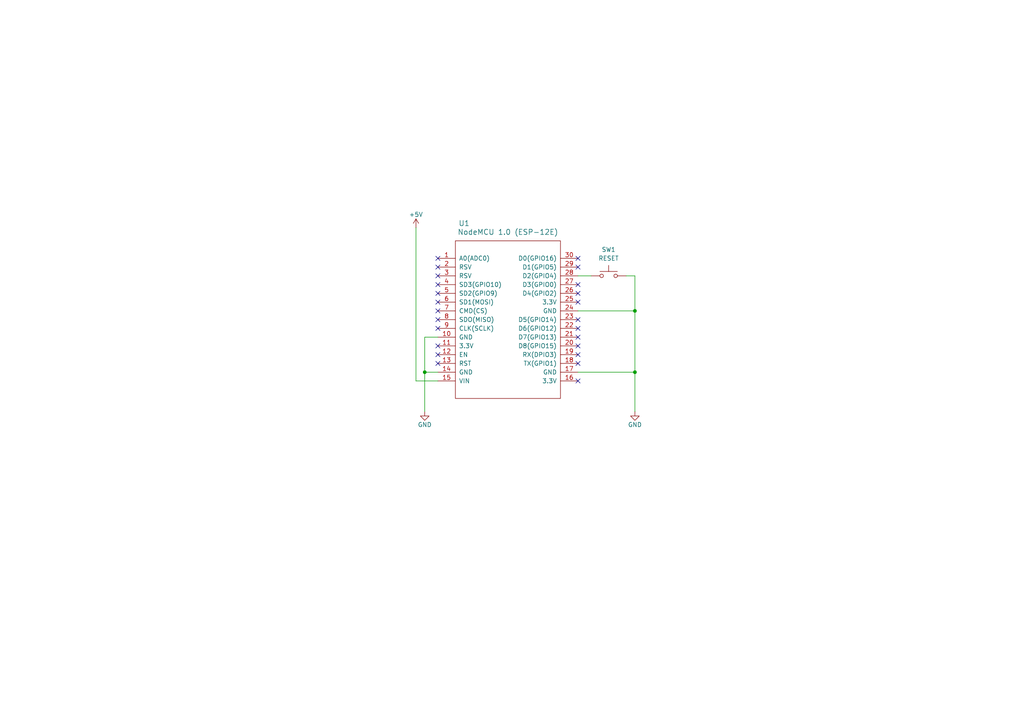
<source format=kicad_sch>
(kicad_sch (version 20230121) (generator eeschema)
  (paper "A4")
  (title_block (title "DISPOSITIVO IOT GENERICO ESP8266") (date "2024-01-26") (rev "1.0") (company "Lucas Martin Treser"))
  (lib_symbols
    (symbol "ESP8266:NodeMCU1.0(ESP-12E)" (pin_names (offset 1.016))
      (property "Reference" "U" (at 0 21.59 0))
      (property "Value" "NodeMCU1.0(ESP-12E)" (at 0 -21.59 0))
      (symbol "NodeMCU1.0(ESP-12E)_0_1"
        (rectangle (start -15.24 -22.86) (end 15.24 22.86))
      )
      (symbol "NodeMCU1.0(ESP-12E)_1_1"
        (pin input line (at -20.32 17.78 0) (length 5.08) (name "A0(ADC0)") (number "1"))
        (pin input line (at -20.32 -5.08 0) (length 5.08) (name "GND") (number "10"))
        (pin input line (at -20.32 -7.62 0) (length 5.08) (name "3.3V") (number "11"))
        (pin input line (at -20.32 -10.16 0) (length 5.08) (name "EN") (number "12"))
        (pin input line (at -20.32 -12.7 0) (length 5.08) (name "RST") (number "13"))
        (pin input line (at -20.32 -15.24 0) (length 5.08) (name "GND") (number "14"))
        (pin input line (at -20.32 -17.78 0) (length 5.08) (name "VIN") (number "15"))
        (pin input line (at 20.32 -17.78 180) (length 5.08) (name "3.3V") (number "16"))
        (pin input line (at 20.32 -15.24 180) (length 5.08) (name "GND") (number "17"))
        (pin input line (at 20.32 -12.7 180) (length 5.08) (name "TX(GPIO1)") (number "18"))
        (pin input line (at 20.32 -10.16 180) (length 5.08) (name "RX(DPIO3)") (number "19"))
        (pin input line (at -20.32 15.24 0) (length 5.08) (name "RSV") (number "2"))
        (pin input line (at 20.32 -7.62 180) (length 5.08) (name "D8(GPIO15)") (number "20"))
        (pin input line (at 20.32 -5.08 180) (length 5.08) (name "D7(GPIO13)") (number "21"))
        (pin input line (at 20.32 -2.54 180) (length 5.08) (name "D6(GPIO12)") (number "22"))
        (pin input line (at 20.32 0 180) (length 5.08) (name "D5(GPIO14)") (number "23"))
        (pin input line (at 20.32 2.54 180) (length 5.08) (name "GND") (number "24"))
        (pin input line (at 20.32 5.08 180) (length 5.08) (name "3.3V") (number "25"))
        (pin input line (at 20.32 7.62 180) (length 5.08) (name "D4(GPIO2)") (number "26"))
        (pin input line (at 20.32 10.16 180) (length 5.08) (name "D3(GPIO0)") (number "27"))
        (pin input line (at 20.32 12.7 180) (length 5.08) (name "D2(GPIO4)") (number "28"))
        (pin input line (at 20.32 15.24 180) (length 5.08) (name "D1(GPIO5)") (number "29"))
        (pin input line (at -20.32 12.7 0) (length 5.08) (name "RSV") (number "3"))
        (pin input line (at 20.32 17.78 180) (length 5.08) (name "D0(GPIO16)") (number "30"))
        (pin input line (at -20.32 10.16 0) (length 5.08) (name "SD3(GPIO10)") (number "4"))
        (pin input line (at -20.32 7.62 0) (length 5.08) (name "SD2(GPIO9)") (number "5"))
        (pin input line (at -20.32 5.08 0) (length 5.08) (name "SD1(MOSI)") (number "6"))
        (pin input line (at -20.32 2.54 0) (length 5.08) (name "CMD(CS)") (number "7"))
        (pin input line (at -20.32 0 0) (length 5.08) (name "SDO(MISO)") (number "8"))
        (pin input line (at -20.32 -2.54 0) (length 5.08) (name "CLK(SCLK)") (number "9"))
      )
    )
    (symbol "Switch:SW_Push" (pin_numbers hide) (pin_names (offset 1.016) hide)
      (property "Reference" "SW" (at 1.27 2.54 0))
      (property "Value" "SW_Push" (at 0 -1.524 0))
      (symbol "SW_Push_0_1"
        (circle (center -2.032 0) (radius 0.508))
        (polyline (pts (xy 0 1.27) (xy 0 3.048)))
        (polyline (pts (xy 2.54 1.27) (xy -2.54 1.27)))
        (circle (center 2.032 0) (radius 0.508))
        (pin passive line (at -5.08 0 0) (length 2.54) (name "1") (number "1"))
        (pin passive line (at 5.08 0 180) (length 2.54) (name "2") (number "2"))
      )
    )
    (symbol "power:+5V" (power) (pin_names (offset 0))
      (property "Value" "+5V" (at 0 3.556 0))
      (symbol "+5V_0_1"
        (polyline (pts (xy -0.762 1.27) (xy 0 2.54)))
        (polyline (pts (xy 0 0) (xy 0 2.54)))
        (polyline (pts (xy 0 2.54) (xy 0.762 1.27)))
      )
      (symbol "+5V_1_1"
        (pin power_in line (at 0 0 90) (length 0) hide (name "+5V") (number "1"))
      )
    )
    (symbol "power:GND" (power) (pin_names (offset 0))
      (property "Value" "GND" (at 0 -3.81 0))
      (symbol "GND_0_1"
        (polyline (pts (xy 0 0) (xy 0 -1.27) (xy 1.27 -1.27) (xy 0 -2.54) (xy -1.27 -1.27) (xy 0 -1.27)))
      )
      (symbol "GND_1_1"
        (pin power_in line (at 0 0 270) (length 0) hide (name "GND") (number "1"))
      )
    )
  )
  (junction (at 123.19 107.95))
  (junction (at 184.15 107.95))
  (junction (at 184.15 90.17))
  (no_connect (at 167.64 74.93))
  (no_connect (at 167.64 82.55))
  (no_connect (at 167.64 77.47))
  (no_connect (at 167.64 92.71))
  (no_connect (at 127 95.25))
  (no_connect (at 127 100.33))
  (no_connect (at 167.64 100.33))
  (no_connect (at 167.64 87.63))
  (no_connect (at 127 82.55))
  (no_connect (at 127 87.63))
  (no_connect (at 127 92.71))
  (no_connect (at 127 77.47))
  (no_connect (at 167.64 85.09))
  (no_connect (at 127 102.87))
  (no_connect (at 127 80.01))
  (no_connect (at 127 85.09))
  (no_connect (at 167.64 102.87))
  (no_connect (at 167.64 110.49))
  (no_connect (at 127 105.41))
  (no_connect (at 127 90.17))
  (no_connect (at 167.64 105.41))
  (no_connect (at 127 74.93))
  (no_connect (at 167.64 95.25))
  (no_connect (at 167.64 97.79))
  (wire (pts (xy 123.19 107.95) (xy 123.19 119.38)))
  (wire (pts (xy 120.65 110.49) (xy 127 110.49)))
  (wire (pts (xy 127 107.95) (xy 123.19 107.95)))
  (wire (pts (xy 184.15 90.17) (xy 184.15 107.95)))
  (wire (pts (xy 184.15 80.01) (xy 184.15 90.17)))
  (wire (pts (xy 127 97.79) (xy 123.19 97.79)))
  (wire (pts (xy 123.19 97.79) (xy 123.19 107.95)))
  (wire (pts (xy 167.64 107.95) (xy 184.15 107.95)))
  (wire (pts (xy 167.64 90.17) (xy 184.15 90.17)))
  (wire (pts (xy 181.61 80.01) (xy 184.15 80.01)))
  (wire (pts (xy 120.65 66.04) (xy 120.65 110.49)))
  (wire (pts (xy 167.64 80.01) (xy 171.45 80.01)))
  (wire (pts (xy 184.15 107.95) (xy 184.15 119.38)))
  (symbol (lib_id "power:GND") (at 184.15 119.38 0) (unit 1)
    (property "Reference" "#PWR03" (effects hide))
    (property "Value" "GND" (at 184.15 123.19 0))
  )
  (symbol (lib_id "Switch:SW_Push") (at 176.53 80.01 0) (unit 1)
    (property "Reference" "SW1" (at 176.53 72.39 0))
    (property "Value" "RESET" (at 176.53 74.93 0))
  )
  (symbol (lib_id "power:GND") (at 123.19 119.38 0) (unit 1)
    (property "Reference" "#PWR02" (effects hide))
    (property "Value" "GND" (at 123.19 123.19 0))
  )
  (symbol (lib_id "power:+5V") (at 120.65 66.04 0) (unit 1)
    (property "Reference" "#PWR01" (effects hide))
    (property "Value" "+5V" (at 120.65 62.23 0))
  )
  (symbol (lib_id "ESP8266:NodeMCU1.0(ESP-12E)") (at 147.32 92.71 0) (unit 1)
    (property "Reference" "U1" (at 134.62 64.77 0) (effects (font (size 1.524 1.524))))
    (property "Value" "NodeMCU 1.0 (ESP-12E)" (at 147.32 67.31 0) (effects (font (size 1.524 1.524))))
  )
)
</source>
